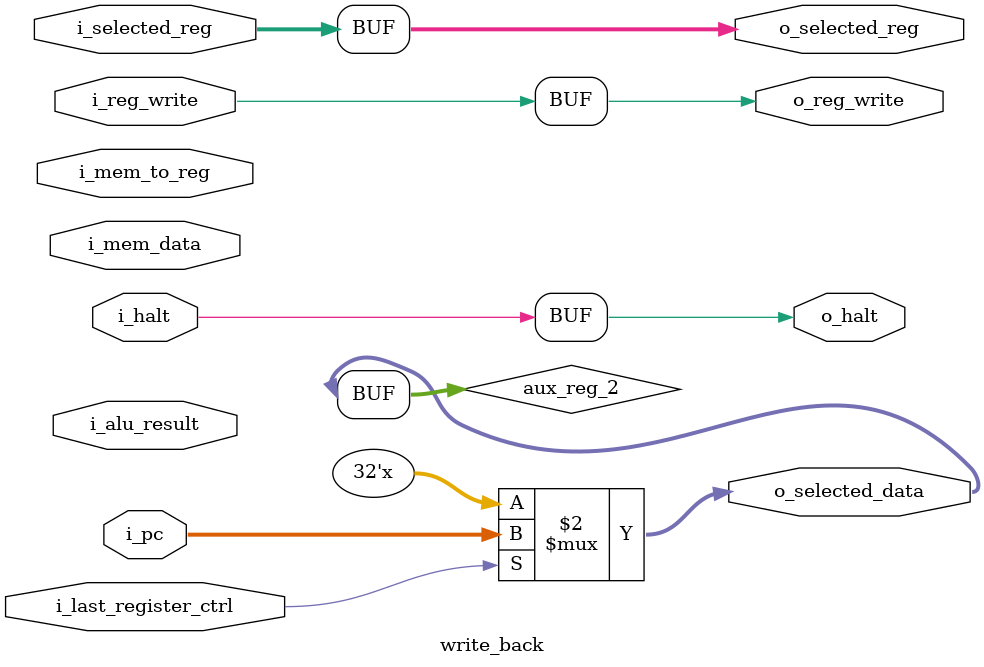
<source format=v>
`timescale 1ns / 1ps


`timescale 1ns / 1ps

module write_back#(
        parameter NB_DATA = 32,
        parameter NB_REG  = 5,
        parameter NB_PC   = 32
    )
    (   input                   i_reg_write,            // Pasamano de que SI se escribe en un registro
        input                   i_mem_to_reg,           // MUX selector de ALU RESULT y VALOR OBTENIDO DE LA MEMORIA
        input [NB_DATA-1:0]     i_mem_data,             // i_mem_to_reg = 1
        input [NB_DATA-1:0]     i_alu_result,           // i_mem_to_reg = 0
        input [NB_REG-1:0]      i_selected_reg,         // Direccion del registro donde escribir
        input                   i_last_register_ctrl,   // Si se escribe en el ultimo registro debido a JAL y JALR
        input [NB_PC-1:0]       i_pc,                   // Valor de Program Counter
        input                   i_halt,                 // Si se genero un HALT

        output                  o_reg_write,            // Indica si se escribe en un REGISTRO
        output [NB_DATA-1:0]    o_selected_data,        // Valor que se escribe
        output [NB_REG-1:0]     o_selected_reg,         // Valor de la direccion DONDE se escribe
        output                  o_halt                  // HALT
    );
      
    reg [NB_DATA-1:0] aux_reg;
    reg [NB_DATA-1:0] aux_reg_2;
    
    always @ (*) begin
        case (i_mem_to_reg)
            1'b0 : aux_reg <= i_alu_result;
            1'b1 : aux_reg <= i_mem_data;
        endcase
        case (i_last_register_ctrl)
            1'b0 : aux_reg_2 <= aux_reg;
            1'b1 : aux_reg_2 <= i_pc;
        endcase
    end
    
    assign o_selected_data   = aux_reg_2;    
    assign o_reg_write       = i_reg_write;
    assign o_selected_reg    = i_selected_reg;
    assign o_halt            = i_halt;
endmodule
</source>
